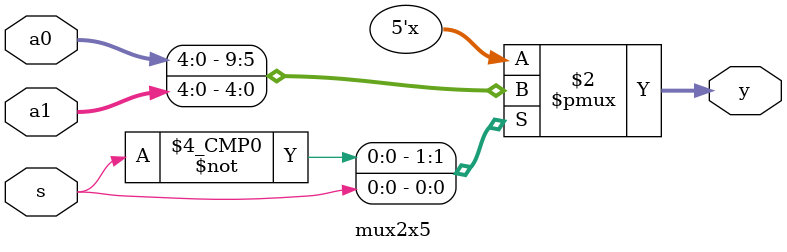
<source format=v>
module mux2x5 (a0, a1, s, y);
	input [4:0] a0, a1;
	input s;
	output [4:0] y;
	
	reg [4:0] y;	
	always @ * begin
		case (s)
			1'b0: y = a0;
			1'b1: y = a1;
		endcase
	end
endmodule

</source>
